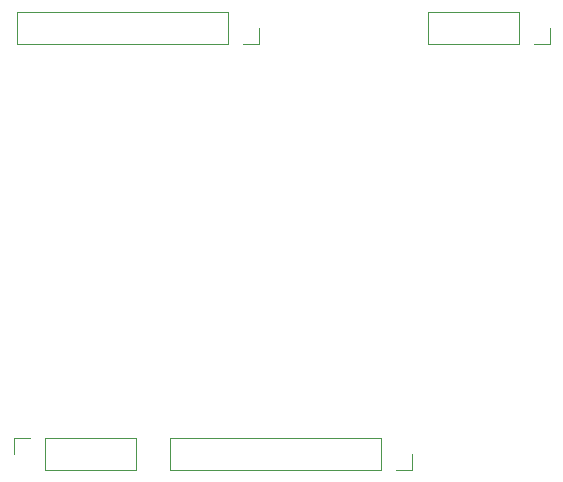
<source format=gbr>
%TF.GenerationSoftware,KiCad,Pcbnew,(5.1.10-1-10_14)*%
%TF.CreationDate,2021-09-22T20:52:25-04:00*%
%TF.ProjectId,SHIFT,53484946-542e-46b6-9963-61645f706362,rev?*%
%TF.SameCoordinates,Original*%
%TF.FileFunction,Legend,Bot*%
%TF.FilePolarity,Positive*%
%FSLAX46Y46*%
G04 Gerber Fmt 4.6, Leading zero omitted, Abs format (unit mm)*
G04 Created by KiCad (PCBNEW (5.1.10-1-10_14)) date 2021-09-22 20:52:25*
%MOMM*%
%LPD*%
G01*
G04 APERTURE LIST*
%ADD10C,0.120000*%
G04 APERTURE END LIST*
D10*
%TO.C,J4*%
X128464000Y-86554000D02*
X128464000Y-87884000D01*
X129794000Y-86554000D02*
X128464000Y-86554000D01*
X131064000Y-86554000D02*
X131064000Y-89214000D01*
X131064000Y-89214000D02*
X138744000Y-89214000D01*
X131064000Y-86554000D02*
X138744000Y-86554000D01*
X138744000Y-86554000D02*
X138744000Y-89214000D01*
%TO.C,J1*%
X163516000Y-53146000D02*
X163516000Y-50486000D01*
X171196000Y-53146000D02*
X163516000Y-53146000D01*
X171196000Y-50486000D02*
X163516000Y-50486000D01*
X171196000Y-53146000D02*
X171196000Y-50486000D01*
X172466000Y-53146000D02*
X173796000Y-53146000D01*
X173796000Y-53146000D02*
X173796000Y-51816000D01*
%TO.C,J3*%
X141672000Y-89214000D02*
X141672000Y-86554000D01*
X159512000Y-89214000D02*
X141672000Y-89214000D01*
X159512000Y-86554000D02*
X141672000Y-86554000D01*
X159512000Y-89214000D02*
X159512000Y-86554000D01*
X160782000Y-89214000D02*
X162112000Y-89214000D01*
X162112000Y-89214000D02*
X162112000Y-87884000D01*
%TO.C,J2*%
X128718000Y-53146000D02*
X128718000Y-50486000D01*
X146558000Y-53146000D02*
X128718000Y-53146000D01*
X146558000Y-50486000D02*
X128718000Y-50486000D01*
X146558000Y-53146000D02*
X146558000Y-50486000D01*
X147828000Y-53146000D02*
X149158000Y-53146000D01*
X149158000Y-53146000D02*
X149158000Y-51816000D01*
%TD*%
M02*

</source>
